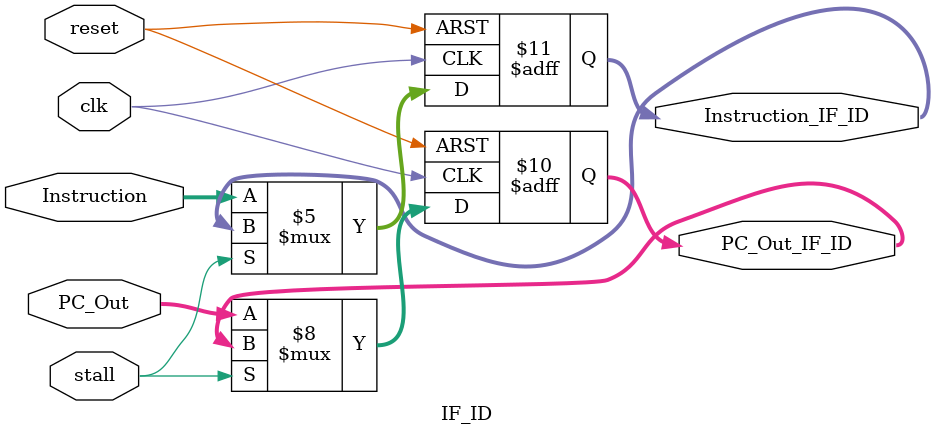
<source format=v>
`timescale 1ns / 1ps


module IF_ID(
    input clk, reset,stall,
    input [63:0] PC_Out,
    input [31:0] Instruction,
    output reg [63:0] PC_Out_IF_ID,
    output reg [31:0] Instruction_IF_ID
    );
    
    always @(posedge clk or posedge reset) 
    begin
        if (reset == 1)     //reset values to 0 if reset initiated
            begin
                Instruction_IF_ID <= 0; 
                PC_Out_IF_ID <= 0;
            end
         else if (stall == 1) 
            begin
                PC_Out_IF_ID <= PC_Out_IF_ID; 
                Instruction_IF_ID <= Instruction_IF_ID;
            end
        else                //forward values to register otherwise
            begin
                Instruction_IF_ID <= Instruction; 
                PC_Out_IF_ID <= PC_Out;
            end
    end
endmodule
</source>
